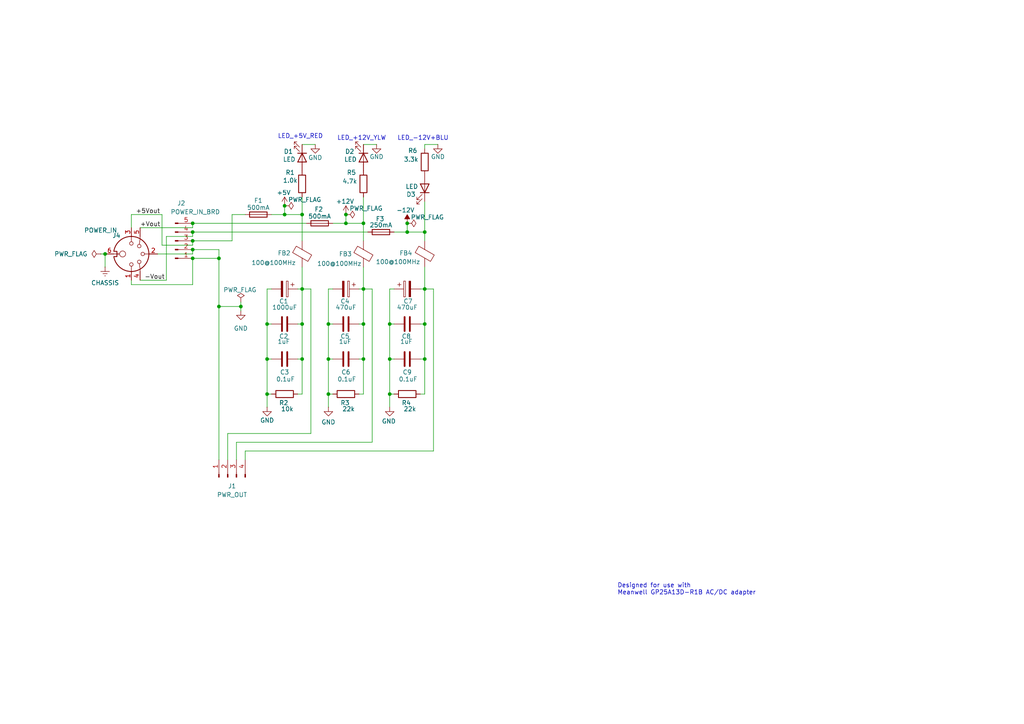
<source format=kicad_sch>
(kicad_sch (version 20250114) (generator "eeschema") (generator_version "9.0")
  (paper "A4")
  (lib_symbols
    (symbol "Connector:Conn_01x04_Pin" (pin_names (offset 1.016) (hide yes))
      (property "Reference" "J" (at 0 5.08 0))
      (property "Value" "Conn_01x04_Pin" (at 0 -7.62 0))
      (symbol "Conn_01x04_Pin_1_1"
        (rectangle (start 0.8636 2.667) (end 0 2.413) (stroke (width 0.1524)) (fill (type outline)))
        (rectangle (start 0.8636 0.127) (end 0 -0.127) (stroke (width 0.1524)) (fill (type outline)))
        (rectangle (start 0.8636 -2.413) (end 0 -2.667) (stroke (width 0.1524)) (fill (type outline)))
        (rectangle (start 0.8636 -4.953) (end 0 -5.207) (stroke (width 0.1524)) (fill (type outline)))
        (polyline (pts (xy 1.27 2.54) (xy 0.8636 2.54)) (stroke (width 0.1524)))
        (polyline (pts (xy 1.27 0) (xy 0.8636 0)) (stroke (width 0.1524)))
        (polyline (pts (xy 1.27 -2.54) (xy 0.8636 -2.54)) (stroke (width 0.1524)))
        (polyline (pts (xy 1.27 -5.08) (xy 0.8636 -5.08)) (stroke (width 0.1524)))
        (pin passive line (at 5.08 2.54 180) (length 3.81) (name "Pin_1") (number "1"))
        (pin passive line (at 5.08 0 180) (length 3.81) (name "Pin_2") (number "2"))
        (pin passive line (at 5.08 -2.54 180) (length 3.81) (name "Pin_3") (number "3"))
        (pin passive line (at 5.08 -5.08 180) (length 3.81) (name "Pin_4") (number "4"))
      )
    )
    (symbol "Connector:Conn_01x05_Pin" (pin_names (offset 1.016) (hide yes))
      (property "Reference" "J" (at 0 7.62 0))
      (property "Value" "Conn_01x05_Pin" (at 0 -7.62 0))
      (symbol "Conn_01x05_Pin_1_1"
        (rectangle (start 0.8636 5.207) (end 0 4.953) (stroke (width 0.1524)) (fill (type outline)))
        (rectangle (start 0.8636 2.667) (end 0 2.413) (stroke (width 0.1524)) (fill (type outline)))
        (rectangle (start 0.8636 0.127) (end 0 -0.127) (stroke (width 0.1524)) (fill (type outline)))
        (rectangle (start 0.8636 -2.413) (end 0 -2.667) (stroke (width 0.1524)) (fill (type outline)))
        (rectangle (start 0.8636 -4.953) (end 0 -5.207) (stroke (width 0.1524)) (fill (type outline)))
        (polyline (pts (xy 1.27 5.08) (xy 0.8636 5.08)) (stroke (width 0.1524)))
        (polyline (pts (xy 1.27 2.54) (xy 0.8636 2.54)) (stroke (width 0.1524)))
        (polyline (pts (xy 1.27 0) (xy 0.8636 0)) (stroke (width 0.1524)))
        (polyline (pts (xy 1.27 -2.54) (xy 0.8636 -2.54)) (stroke (width 0.1524)))
        (polyline (pts (xy 1.27 -5.08) (xy 0.8636 -5.08)) (stroke (width 0.1524)))
        (pin passive line (at 5.08 5.08 180) (length 3.81) (name "Pin_1") (number "1"))
        (pin passive line (at 5.08 2.54 180) (length 3.81) (name "Pin_2") (number "2"))
        (pin passive line (at 5.08 0 180) (length 3.81) (name "Pin_3") (number "3"))
        (pin passive line (at 5.08 -2.54 180) (length 3.81) (name "Pin_4") (number "4"))
        (pin passive line (at 5.08 -5.08 180) (length 3.81) (name "Pin_5") (number "5"))
      )
    )
    (symbol "Device:C" (pin_numbers (hide yes)) (pin_names (offset 0.254))
      (property "Reference" "C" (at 0.635 2.54 0))
      (property "Value" "C" (at 0.635 -2.54 0))
      (symbol "C_0_1"
        (polyline (pts (xy -2.032 0.762) (xy 2.032 0.762)) (stroke (width 0.508)))
        (polyline (pts (xy -2.032 -0.762) (xy 2.032 -0.762)) (stroke (width 0.508)))
      )
      (symbol "C_1_1"
        (pin passive line (at 0 3.81 270) (length 2.794) (name "~") (number "1"))
        (pin passive line (at 0 -3.81 90) (length 2.794) (name "~") (number "2"))
      )
    )
    (symbol "Device:C_Polarized" (pin_numbers (hide yes)) (pin_names (offset 0.254))
      (property "Reference" "C" (at 0.635 2.54 0))
      (property "Value" "C_Polarized" (at 0.635 -2.54 0))
      (symbol "C_Polarized_0_1"
        (rectangle (start -2.286 0.508) (end 2.286 1.016))
        (polyline (pts (xy -1.778 2.286) (xy -0.762 2.286)))
        (polyline (pts (xy -1.27 2.794) (xy -1.27 1.778)))
        (rectangle (start 2.286 -0.508) (end -2.286 -1.016) (fill (type outline)))
      )
      (symbol "C_Polarized_1_1"
        (pin passive line (at 0 3.81 270) (length 2.794) (name "~") (number "1"))
        (pin passive line (at 0 -3.81 90) (length 2.794) (name "~") (number "2"))
      )
    )
    (symbol "Device:FerriteBead" (pin_numbers (hide yes)) (pin_names (offset 0))
      (property "Reference" "FB" (at -3.81 0.635 90))
      (property "Value" "FerriteBead" (at 3.81 0 90))
      (symbol "FerriteBead_0_1"
        (polyline (pts (xy -2.7686 0.4064) (xy -1.7018 2.2606) (xy 2.7686 -0.3048) (xy 1.6764 -2.159) (xy -2.7686 0.4064)))
        (polyline (pts (xy 0 1.27) (xy 0 1.2954)))
        (polyline (pts (xy 0 -1.27) (xy 0 -1.2192)))
      )
      (symbol "FerriteBead_1_1"
        (pin passive line (at 0 3.81 270) (length 2.54) (name "~") (number "1"))
        (pin passive line (at 0 -3.81 90) (length 2.54) (name "~") (number "2"))
      )
    )
    (symbol "Device:Fuse" (pin_numbers (hide yes)) (pin_names (offset 0))
      (property "Reference" "F" (at 2.032 0 90))
      (property "Value" "Fuse" (at -1.905 0 90))
      (symbol "Fuse_0_1"
        (rectangle (start -0.762 -2.54) (end 0.762 2.54) (stroke (width 0.254)))
        (polyline (pts (xy 0 2.54) (xy 0 -2.54)))
      )
      (symbol "Fuse_1_1"
        (pin passive line (at 0 3.81 270) (length 1.27) (name "~") (number "1"))
        (pin passive line (at 0 -3.81 90) (length 1.27) (name "~") (number "2"))
      )
    )
    (symbol "Device:LED" (pin_numbers (hide yes)) (pin_names (offset 1.016) (hide yes))
      (property "Reference" "D" (at 0 2.54 0))
      (property "Value" "LED" (at 0 -2.54 0))
      (symbol "LED_0_1"
        (polyline (pts (xy -3.048 -0.762) (xy -4.572 -2.286) (xy -3.81 -2.286) (xy -4.572 -2.286) (xy -4.572 -1.524)))
        (polyline (pts (xy -1.778 -0.762) (xy -3.302 -2.286) (xy -2.54 -2.286) (xy -3.302 -2.286) (xy -3.302 -1.524)))
        (polyline (pts (xy -1.27 0) (xy 1.27 0)))
        (polyline (pts (xy -1.27 -1.27) (xy -1.27 1.27)) (stroke (width 0.254)))
        (polyline (pts (xy 1.27 -1.27) (xy 1.27 1.27) (xy -1.27 0) (xy 1.27 -1.27)) (stroke (width 0.254)))
      )
      (symbol "LED_1_1"
        (pin passive line (at -3.81 0 0) (length 2.54) (name "K") (number "1"))
        (pin passive line (at 3.81 0 180) (length 2.54) (name "A") (number "2"))
      )
    )
    (symbol "Device:R" (pin_numbers (hide yes)) (pin_names (offset 0))
      (property "Reference" "R" (at 2.032 0 90))
      (property "Value" "R" (at 0 0 90))
      (symbol "R_0_1"
        (rectangle (start -1.016 -2.54) (end 1.016 2.54) (stroke (width 0.254)))
      )
      (symbol "R_1_1"
        (pin passive line (at 0 3.81 270) (length 1.27) (name "~") (number "1"))
        (pin passive line (at 0 -3.81 90) (length 1.27) (name "~") (number "2"))
      )
    )
    (symbol "drichert:MeanWell-GP25A-DIN-5_180degree" (pin_names (offset 1.016) (hide yes))
      (property "Reference" "J" (at 3.175 5.715 0))
      (property "Value" "MeanWell-GP25A-DIN-5_180degree" (at 19.812 9.144 0))
      (symbol "MeanWell-GP25A-DIN-5_180degree_0_1"
        (polyline (pts (xy -5.08 2.54) (xy -4.318 2.54) (xy -2.794 2.286)))
        (polyline (pts (xy -5.08 0) (xy -3.556 0)))
        (circle (center -3.048 0) (radius 0.508))
        (circle (center -2.286 2.286) (radius 0.508))
        (polyline (pts (xy -0.762 -4.953) (xy -0.762 -4.191) (xy 0.762 -4.191) (xy 0.762 -4.953)) (stroke (width 0.254)))
        (arc (start 5.08 0) (mid 3.8673 -3.3444) (end 0.762 -5.08) (stroke (width 0.254)))
        (polyline (pts (xy 0 5.08) (xy 0 3.81)))
        (circle (center 0 3.302) (radius 0.508))
        (arc (start -5.08 0) (mid 0 5.0579) (end 5.08 0) (stroke (width 0.254)))
        (circle (center 0 -2.54) (radius 0.8746))
        (polyline (pts (xy 0 -3.81) (xy -0.0011 -3.5029)))
        (circle (center 0 -3.81) (radius 0.0001))
        (polyline (pts (xy 0 -5.08) (xy 0 -3.81)))
        (polyline (pts (xy 0 -5.08) (xy 0 -5.08)))
        (arc (start -0.762 -5.08) (mid -3.8597 -3.3379) (end -5.08 0) (stroke (width 0.254)))
        (circle (center 2.286 2.286) (radius 0.508))
        (circle (center 3.048 0) (radius 0.508))
        (polyline (pts (xy 5.08 2.54) (xy 4.318 2.54) (xy 2.794 2.286)))
        (polyline (pts (xy 5.08 0) (xy 3.556 0)))
      )
      (symbol "MeanWell-GP25A-DIN-5_180degree_1_1"
        (pin passive line (at -7.62 2.54 0) (length 2.54) (name "-12V") (number "4"))
        (pin passive line (at -7.62 0 0) (length 2.54) (name "COM") (number "1"))
        (pin passive line (at 0 7.62 270) (length 2.54) (name "COM") (number "2"))
        (pin passive line (at 0 -7.62 90) (length 2.54) (name "FG") (number "6"))
        (pin passive line (at 7.62 2.54 180) (length 2.54) (name "+12V") (number "5"))
        (pin passive line (at 7.62 0 180) (length 2.54) (name "+5V") (number "3"))
      )
    )
    (symbol "power:+12V" (power) (pin_numbers (hide yes)) (pin_names (offset 0) (hide yes))
      (property "Value" "+12V" (at 0 3.556 0))
      (symbol "+12V_0_1"
        (polyline (pts (xy -0.762 1.27) (xy 0 2.54)))
        (polyline (pts (xy 0 2.54) (xy 0.762 1.27)))
        (polyline (pts (xy 0 0) (xy 0 2.54)))
      )
      (symbol "+12V_1_1"
        (pin power_in line (at 0 0 90) (length 0) (name "~") (number "1"))
      )
    )
    (symbol "power:+5V" (power) (pin_numbers (hide yes)) (pin_names (offset 0) (hide yes))
      (property "Value" "+5V" (at 0 3.556 0))
      (symbol "+5V_0_1"
        (polyline (pts (xy -0.762 1.27) (xy 0 2.54)))
        (polyline (pts (xy 0 2.54) (xy 0.762 1.27)))
        (polyline (pts (xy 0 0) (xy 0 2.54)))
      )
      (symbol "+5V_1_1"
        (pin power_in line (at 0 0 90) (length 0) (name "~") (number "1"))
      )
    )
    (symbol "power:-12V" (power) (pin_numbers (hide yes)) (pin_names (offset 0) (hide yes))
      (property "Value" "-12V" (at 0 3.556 0))
      (symbol "-12V_0_0"
        (pin power_in line (at 0 0 90) (length 0) (name "~") (number "1"))
      )
      (symbol "-12V_0_1"
        (polyline (pts (xy 0 0) (xy 0 1.27) (xy 0.762 1.27) (xy 0 2.54) (xy -0.762 1.27) (xy 0 1.27)) (fill (type outline)))
      )
    )
    (symbol "power:Earth" (power) (pin_numbers (hide yes)) (pin_names (offset 0) (hide yes))
      (property "Value" "Earth" (at 0 -3.81 0))
      (symbol "Earth_0_1"
        (polyline (pts (xy -0.635 -1.905) (xy 0.635 -1.905)))
        (polyline (pts (xy -0.127 -2.54) (xy 0.127 -2.54)))
        (polyline (pts (xy 0 -1.27) (xy 0 0)))
        (polyline (pts (xy 1.27 -1.27) (xy -1.27 -1.27)))
      )
      (symbol "Earth_1_1"
        (pin power_in line (at 0 0 270) (length 0) (name "~") (number "1"))
      )
    )
    (symbol "power:GND" (power) (pin_numbers (hide yes)) (pin_names (offset 0) (hide yes))
      (property "Value" "GND" (at 0 -3.81 0))
      (symbol "GND_0_1"
        (polyline (pts (xy 0 0) (xy 0 -1.27) (xy 1.27 -1.27) (xy 0 -2.54) (xy -1.27 -1.27) (xy 0 -1.27)))
      )
      (symbol "GND_1_1"
        (pin power_in line (at 0 0 270) (length 0) (name "~") (number "1"))
      )
    )
    (symbol "power:PWR_FLAG" (power) (pin_numbers (hide yes)) (pin_names (offset 0) (hide yes))
      (property "Value" "PWR_FLAG" (at 0 3.81 0))
      (symbol "PWR_FLAG_0_0"
        (pin power_out line (at 0 0 90) (length 0) (name "~") (number "1"))
      )
      (symbol "PWR_FLAG_0_1"
        (polyline (pts (xy 0 0) (xy 0 1.27) (xy -1.016 1.905) (xy 0 2.54) (xy 1.016 1.905) (xy 0 1.27)))
      )
    )
  )
  (text "LED_-12V+BLU" (at 122.682 40.132 0) (effects (font (size 1.27 1.27))))
  (text "LED_+12V_YLW" (at 104.902 40.132 0) (effects (font (size 1.27 1.27))))
  (text "Designed for use with \nMeanwell GP25A13D-R1B AC/DC adapter" (at 179.07 170.942 0) (effects (font (size 1.27 1.27)) (justify left)))
  (text "LED_+5V_RED" (at 87.122 39.624 0) (effects (font (size 1.27 1.27))))
  (junction (at 87.63 104.14))
  (junction (at 95.25 93.98))
  (junction (at 123.19 93.98))
  (junction (at 55.88 64.77))
  (junction (at 87.63 62.23))
  (junction (at 63.5 88.9))
  (junction (at 69.85 88.9))
  (junction (at 82.55 62.23))
  (junction (at 55.88 74.93))
  (junction (at 105.41 104.14))
  (junction (at 113.03 93.98))
  (junction (at 87.63 83.82))
  (junction (at 30.48 73.66))
  (junction (at 82.55 59.69))
  (junction (at 123.19 104.14))
  (junction (at 118.11 64.77))
  (junction (at 105.41 93.98))
  (junction (at 77.47 93.98))
  (junction (at 105.41 83.82))
  (junction (at 100.33 64.77))
  (junction (at 113.03 104.14))
  (junction (at 77.47 114.3))
  (junction (at 123.19 83.82))
  (junction (at 123.19 67.31))
  (junction (at 105.41 64.77))
  (junction (at 55.88 69.85))
  (junction (at 118.11 67.31))
  (junction (at 55.88 72.39))
  (junction (at 77.47 104.14))
  (junction (at 63.5 74.93))
  (junction (at 113.03 114.3))
  (junction (at 87.63 93.98))
  (junction (at 55.88 67.31))
  (junction (at 95.25 104.14))
  (junction (at 100.33 62.23))
  (junction (at 95.25 114.3))
  (wire (pts (xy 67.31 69.85) (xy 67.31 62.23)))
  (wire (pts (xy 77.47 93.98) (xy 77.47 104.14)))
  (wire (pts (xy 55.88 67.31) (xy 106.68 67.31)))
  (wire (pts (xy 55.88 64.77) (xy 88.9 64.77)))
  (wire (pts (xy 121.92 114.3) (xy 123.19 114.3)))
  (wire (pts (xy 123.19 58.42) (xy 123.19 67.31)))
  (wire (pts (xy 45.72 73.66) (xy 55.88 73.66)))
  (wire (pts (xy 55.88 82.55) (xy 55.88 74.93)))
  (wire (pts (xy 87.63 83.82) (xy 87.63 93.98)))
  (wire (pts (xy 55.88 69.85) (xy 67.31 69.85)))
  (wire (pts (xy 100.33 62.23) (xy 100.33 64.77)))
  (wire (pts (xy 87.63 77.47) (xy 87.63 83.82)))
  (wire (pts (xy 38.1 66.04) (xy 38.1 62.23)))
  (wire (pts (xy 87.63 83.82) (xy 90.17 83.82)))
  (wire (pts (xy 55.88 68.58) (xy 55.88 67.31)))
  (wire (pts (xy 104.14 104.14) (xy 105.41 104.14)))
  (wire (pts (xy 95.25 104.14) (xy 95.25 114.3)))
  (wire (pts (xy 95.25 93.98) (xy 95.25 104.14)))
  (wire (pts (xy 55.88 71.12) (xy 55.88 69.85)))
  (wire (pts (xy 113.03 104.14) (xy 114.3 104.14)))
  (wire (pts (xy 100.33 64.77) (xy 105.41 64.77)))
  (wire (pts (xy 67.31 62.23) (xy 71.12 62.23)))
  (wire (pts (xy 87.63 93.98) (xy 87.63 104.14)))
  (wire (pts (xy 48.26 68.58) (xy 55.88 68.58)))
  (wire (pts (xy 66.04 125.73) (xy 66.04 133.35)))
  (wire (pts (xy 87.63 104.14) (xy 87.63 114.3)))
  (wire (pts (xy 86.36 104.14) (xy 87.63 104.14)))
  (wire (pts (xy 68.58 128.27) (xy 68.58 133.35)))
  (wire (pts (xy 105.41 57.15) (xy 105.41 64.77)))
  (wire (pts (xy 55.88 74.93) (xy 63.5 74.93)))
  (wire (pts (xy 107.95 83.82) (xy 107.95 128.27)))
  (wire (pts (xy 63.5 88.9) (xy 63.5 133.35)))
  (wire (pts (xy 105.41 41.91) (xy 109.22 41.91)))
  (wire (pts (xy 30.48 73.66) (xy 30.48 77.47)))
  (wire (pts (xy 105.41 77.47) (xy 105.41 83.82)))
  (wire (pts (xy 95.25 104.14) (xy 96.52 104.14)))
  (wire (pts (xy 121.92 104.14) (xy 123.19 104.14)))
  (wire (pts (xy 105.41 83.82) (xy 105.41 93.98)))
  (wire (pts (xy 63.5 88.9) (xy 69.85 88.9)))
  (wire (pts (xy 77.47 114.3) (xy 77.47 118.11)))
  (wire (pts (xy 48.26 81.28) (xy 48.26 68.58)))
  (wire (pts (xy 118.11 67.31) (xy 123.19 67.31)))
  (wire (pts (xy 121.92 83.82) (xy 123.19 83.82)))
  (wire (pts (xy 114.3 67.31) (xy 118.11 67.31)))
  (wire (pts (xy 87.63 62.23) (xy 87.63 69.85)))
  (wire (pts (xy 95.25 83.82) (xy 95.25 93.98)))
  (wire (pts (xy 90.17 83.82) (xy 90.17 125.73)))
  (wire (pts (xy 69.85 88.9) (xy 69.85 90.17)))
  (wire (pts (xy 90.17 125.73) (xy 66.04 125.73)))
  (wire (pts (xy 40.64 81.28) (xy 48.26 81.28)))
  (wire (pts (xy 123.19 67.31) (xy 123.19 69.85)))
  (wire (pts (xy 118.11 64.77) (xy 118.11 67.31)))
  (wire (pts (xy 38.1 81.28) (xy 38.1 82.55)))
  (wire (pts (xy 123.19 41.91) (xy 127 41.91)))
  (wire (pts (xy 113.03 93.98) (xy 113.03 104.14)))
  (wire (pts (xy 123.19 77.47) (xy 123.19 83.82)))
  (wire (pts (xy 107.95 128.27) (xy 68.58 128.27)))
  (wire (pts (xy 104.14 83.82) (xy 105.41 83.82)))
  (wire (pts (xy 95.25 93.98) (xy 96.52 93.98)))
  (wire (pts (xy 38.1 62.23) (xy 46.99 62.23)))
  (wire (pts (xy 86.36 83.82) (xy 87.63 83.82)))
  (wire (pts (xy 95.25 83.82) (xy 96.52 83.82)))
  (wire (pts (xy 105.41 104.14) (xy 105.41 114.3)))
  (wire (pts (xy 46.99 62.23) (xy 46.99 71.12)))
  (wire (pts (xy 55.88 72.39) (xy 63.5 72.39)))
  (wire (pts (xy 77.47 104.14) (xy 77.47 114.3)))
  (wire (pts (xy 113.03 83.82) (xy 114.3 83.82)))
  (wire (pts (xy 125.73 83.82) (xy 125.73 130.81)))
  (wire (pts (xy 69.85 87.63) (xy 69.85 88.9)))
  (wire (pts (xy 105.41 93.98) (xy 105.41 104.14)))
  (wire (pts (xy 71.12 130.81) (xy 71.12 133.35)))
  (wire (pts (xy 113.03 114.3) (xy 113.03 118.11)))
  (wire (pts (xy 95.25 114.3) (xy 95.25 118.11)))
  (wire (pts (xy 46.99 71.12) (xy 55.88 71.12)))
  (wire (pts (xy 87.63 41.91) (xy 91.44 41.91)))
  (wire (pts (xy 123.19 83.82) (xy 125.73 83.82)))
  (wire (pts (xy 104.14 93.98) (xy 105.41 93.98)))
  (wire (pts (xy 123.19 43.18) (xy 123.19 41.91)))
  (wire (pts (xy 96.52 64.77) (xy 100.33 64.77)))
  (wire (pts (xy 87.63 57.15) (xy 87.63 62.23)))
  (wire (pts (xy 77.47 104.14) (xy 78.74 104.14)))
  (wire (pts (xy 30.48 73.66) (xy 29.21 73.66)))
  (wire (pts (xy 113.03 93.98) (xy 114.3 93.98)))
  (wire (pts (xy 77.47 83.82) (xy 78.74 83.82)))
  (wire (pts (xy 55.88 66.04) (xy 55.88 64.77)))
  (wire (pts (xy 77.47 83.82) (xy 77.47 93.98)))
  (wire (pts (xy 113.03 104.14) (xy 113.03 114.3)))
  (wire (pts (xy 55.88 73.66) (xy 55.88 72.39)))
  (wire (pts (xy 78.74 62.23) (xy 82.55 62.23)))
  (wire (pts (xy 105.41 64.77) (xy 105.41 69.85)))
  (wire (pts (xy 104.14 114.3) (xy 105.41 114.3)))
  (wire (pts (xy 123.19 104.14) (xy 123.19 114.3)))
  (wire (pts (xy 86.36 93.98) (xy 87.63 93.98)))
  (wire (pts (xy 113.03 114.3) (xy 114.3 114.3)))
  (wire (pts (xy 77.47 114.3) (xy 78.74 114.3)))
  (wire (pts (xy 121.92 93.98) (xy 123.19 93.98)))
  (wire (pts (xy 77.47 93.98) (xy 78.74 93.98)))
  (wire (pts (xy 82.55 62.23) (xy 87.63 62.23)))
  (wire (pts (xy 95.25 114.3) (xy 96.52 114.3)))
  (wire (pts (xy 38.1 82.55) (xy 55.88 82.55)))
  (wire (pts (xy 82.55 59.69) (xy 82.55 62.23)))
  (wire (pts (xy 63.5 72.39) (xy 63.5 74.93)))
  (wire (pts (xy 105.41 83.82) (xy 107.95 83.82)))
  (wire (pts (xy 113.03 83.82) (xy 113.03 93.98)))
  (wire (pts (xy 125.73 130.81) (xy 71.12 130.81)))
  (wire (pts (xy 40.64 66.04) (xy 55.88 66.04)))
  (wire (pts (xy 123.19 93.98) (xy 123.19 104.14)))
  (wire (pts (xy 123.19 83.82) (xy 123.19 93.98)))
  (wire (pts (xy 86.36 114.3) (xy 87.63 114.3)))
  (wire (pts (xy 63.5 74.93) (xy 63.5 88.9)))
  (label "+5Vout" (at 39.37 62.23 0))
  (label "+Vout" (at 40.64 66.04 0))
  (label "-Vout" (at 41.91 81.28 0))
  (symbol (lib_id "power:GND") (at 113.03 118.11 0) (unit 1)
    (property "Reference" "#PWR09" (effects (hide yes)))
    (property "Value" "GND" (at 112.776 122.174 0))
    (property "Description" "Power symbol creates a global label with name \"GND\" , ground" (effects (hide yes)))
  )
  (symbol (lib_id "Device:C_Polarized") (at 82.55 83.82 270) (unit 1)
    (property "Reference" "C1" (at 82.296 87.376 90))
    (property "Value" "1000uF" (at 82.55 89.154 90))
    (property "Footprint" "Capacitor_THT:CP_Radial_D10.0mm_P5.00mm" (effects (hide yes)))
    (property "Description" "Polarized capacitor" (effects (hide yes)))
  )
  (symbol (lib_id "power:Earth") (at 30.48 77.47 0) (mirror y) (unit 1)
    (property "Reference" "#PWR05" (effects (hide yes)))
    (property "Value" "CHASSIS" (at 30.48 82.042 0))
    (property "Description" "Power symbol creates a global label with name \"Earth\"" (effects (hide yes)))
  )
  (symbol (lib_id "power:GND") (at 127 41.91 0) (unit 1)
    (property "Reference" "#PWR013" (effects (hide yes)))
    (property "Value" "GND" (at 127 45.466 0))
    (property "Description" "Power symbol creates a global label with name \"GND\" , ground" (effects (hide yes)))
  )
  (symbol (lib_id "Device:C") (at 118.11 93.98 90) (unit 1)
    (property "Reference" "C8" (at 117.856 97.536 90))
    (property "Value" "1uF" (at 117.856 99.06 90))
    (property "Footprint" "Capacitor_THT:C_Rect_L7.2mm_W4.5mm_P5.00mm_FKS2_FKP2_MKS2_MKP2" (effects (hide yes)))
    (property "Description" "Unpolarized capacitor" (effects (hide yes)))
  )
  (symbol (lib_id "Device:FerriteBead") (at 87.63 73.66 0) (unit 1)
    (property "Reference" "FB2" (at 80.518 73.406 0) (effects (justify left)))
    (property "Value" "100@100MHz" (at 72.898 76.2 0) (effects (justify left)))
    (property "Footprint" "Inductor_THT:L_Axial_L5.3mm_D2.2mm_P7.62mm_Horizontal_Vishay_IM-1" (effects (hide yes)))
    (property "Description" "Ferrite bead" (effects (hide yes)))
  )
  (symbol (lib_id "power:GND") (at 95.25 118.11 0) (unit 1)
    (property "Reference" "#PWR08" (effects (hide yes)))
    (property "Value" "GND" (at 95.25 122.428 0))
    (property "Description" "Power symbol creates a global label with name \"GND\" , ground" (effects (hide yes)))
  )
  (symbol (lib_id "power:+5V") (at 82.55 59.69 0) (unit 1)
    (property "Reference" "#PWR04" (effects (hide yes)))
    (property "Value" "+5V" (at 82.296 55.88 0))
    (property "Description" "Power symbol creates a global label with name \"+5V\"" (effects (hide yes)))
  )
  (symbol (lib_id "power:+12V") (at 100.33 62.23 0) (unit 1)
    (property "Reference" "#PWR01" (effects (hide yes)))
    (property "Value" "+12V" (at 100.076 58.42 0))
    (property "Description" "Power symbol creates a global label with name \"+12V\"" (effects (hide yes)))
  )
  (symbol (lib_id "power:GND") (at 91.44 41.91 0) (unit 1)
    (property "Reference" "#PWR06" (effects (hide yes)))
    (property "Value" "GND" (at 91.44 45.72 0))
    (property "Description" "Power symbol creates a global label with name \"GND\" , ground" (effects (hide yes)))
  )
  (symbol (lib_id "Device:C") (at 82.55 93.98 90) (unit 1)
    (property "Reference" "C2" (at 82.296 97.536 90))
    (property "Value" "1uF" (at 82.296 99.06 90))
    (property "Footprint" "Capacitor_THT:C_Rect_L7.2mm_W4.5mm_P5.00mm_FKS2_FKP2_MKS2_MKP2" (effects (hide yes)))
    (property "Description" "Unpolarized capacitor" (effects (hide yes)))
  )
  (symbol (lib_id "Device:LED") (at 105.41 45.72 270) (unit 1)
    (property "Reference" "D2" (at 100.076 43.942 90) (effects (justify left)))
    (property "Value" "LED" (at 99.822 46.228 90) (effects (justify left)))
    (property "Footprint" "LED_THT:LED_D5.0mm" (effects (hide yes)))
    (property "Description" "Light emitting diode" (effects (hide yes)))
    (property "Sim.Pins" "1=K 2=A" (effects (hide yes)))
  )
  (symbol (lib_id "Device:LED") (at 123.19 54.61 270) (mirror x) (unit 1)
    (property "Reference" "D3" (at 117.856 56.388 90) (effects (justify left)))
    (property "Value" "LED" (at 117.602 54.102 90) (effects (justify left)))
    (property "Footprint" "LED_THT:LED_D5.0mm" (effects (hide yes)))
    (property "Description" "Light emitting diode" (effects (hide yes)))
    (property "Sim.Pins" "1=K 2=A" (effects (hide yes)))
  )
  (symbol (lib_id "power:PWR_FLAG") (at 100.33 62.23 270) (unit 1)
    (property "Reference" "#FLG02" (effects (hide yes)))
    (property "Value" "PWR_FLAG" (at 101.346 60.452 90) (effects (justify left)))
    (property "Description" "Special symbol for telling ERC where power comes from" (effects (hide yes)))
  )
  (symbol (lib_id "Device:C_Polarized") (at 118.11 83.82 90) (mirror x) (unit 1)
    (property "Reference" "C7" (at 118.364 87.376 90))
    (property "Value" "470uF" (at 118.11 89.154 90))
    (property "Footprint" "Capacitor_THT:CP_Radial_D10.0mm_P5.00mm" (effects (hide yes)))
    (property "Description" "Polarized capacitor" (effects (hide yes)))
  )
  (symbol (lib_id "power:GND") (at 69.85 90.17 0) (unit 1)
    (property "Reference" "#PWR011" (effects (hide yes)))
    (property "Value" "GND" (at 69.85 95.25 0))
    (property "Description" "Power symbol creates a global label with name \"GND\" , ground" (effects (hide yes)))
  )
  (symbol (lib_id "Device:FerriteBead") (at 105.41 73.66 0) (unit 1)
    (property "Reference" "FB3" (at 98.298 73.66 0) (effects (justify left)))
    (property "Value" "100@100MHz" (at 91.948 76.454 0) (effects (justify left)))
    (property "Footprint" "Inductor_THT:L_Axial_L5.3mm_D2.2mm_P7.62mm_Horizontal_Vishay_IM-1" (effects (hide yes)))
    (property "Description" "Ferrite bead" (effects (hide yes)))
  )
  (symbol (lib_id "Device:C") (at 118.11 104.14 90) (unit 1)
    (property "Reference" "C9" (at 118.11 107.95 90))
    (property "Value" "0.1uF" (at 118.364 109.982 90))
    (property "Footprint" "Capacitor_THT:C_Rect_L4.0mm_W2.5mm_P2.50mm" (effects (hide yes)))
    (property "Description" "Unpolarized capacitor" (effects (hide yes)))
  )
  (symbol (lib_id "power:PWR_FLAG") (at 69.85 87.63 0) (unit 1)
    (property "Reference" "#FLG04" (effects (hide yes)))
    (property "Value" "PWR_FLAG" (at 64.77 84.074 0) (effects (justify left)))
    (property "Description" "Special symbol for telling ERC where power comes from" (effects (hide yes)))
  )
  (symbol (lib_id "power:-12V") (at 118.11 64.77 0) (unit 1)
    (property "Reference" "#PWR02" (effects (hide yes)))
    (property "Value" "-12V" (at 117.602 60.96 0))
    (property "Description" "Power symbol creates a global label with name \"-12V\"" (effects (hide yes)))
  )
  (symbol (lib_id "Connector:Conn_01x05_Pin") (at 50.8 69.85 0) (mirror x) (unit 1)
    (property "Reference" "J2" (at 52.578 58.928 0))
    (property "Value" "POWER_IN_BRD" (at 56.642 61.468 0))
    (property "Footprint" "Connector_JST:JST_XH_B5B-XH-A_1x05_P2.50mm_Vertical" (effects (hide yes)))
    (property "Description" "Generic connector, single row, 01x05, script generated" (effects (hide yes)))
  )
  (symbol (lib_id "power:PWR_FLAG") (at 82.55 59.69 270) (unit 1)
    (property "Reference" "#FLG01" (effects (hide yes)))
    (property "Value" "PWR_FLAG" (at 83.566 57.912 90) (effects (justify left)))
    (property "Description" "Special symbol for telling ERC where power comes from" (effects (hide yes)))
  )
  (symbol (lib_id "power:GND") (at 77.47 118.11 0) (unit 1)
    (property "Reference" "#PWR07" (effects (hide yes)))
    (property "Value" "GND" (at 77.47 121.92 0))
    (property "Description" "Power symbol creates a global label with name \"GND\" , ground" (effects (hide yes)))
  )
  (symbol (lib_id "Device:FerriteBead") (at 123.19 73.66 0) (unit 1)
    (property "Reference" "FB4" (at 115.824 73.406 0) (effects (justify left)))
    (property "Value" "100@100MHz" (at 108.966 75.946 0) (effects (justify left)))
    (property "Footprint" "Inductor_THT:L_Axial_L5.3mm_D2.2mm_P7.62mm_Horizontal_Vishay_IM-1" (effects (hide yes)))
    (property "Description" "Ferrite bead" (effects (hide yes)))
  )
  (symbol (lib_id "Device:R") (at 87.63 53.34 180) (unit 1)
    (property "Reference" "R1" (at 82.804 50.038 0) (effects (justify right)))
    (property "Value" "1.0k" (at 82.042 52.324 0) (effects (justify right)))
    (property "Footprint" "Resistor_THT:R_Axial_DIN0204_L3.6mm_D1.6mm_P5.08mm_Horizontal" (effects (hide yes)))
    (property "Description" "Resistor" (effects (hide yes)))
  )
  (symbol (lib_id "Device:R") (at 118.11 114.3 90) (unit 1)
    (property "Reference" "R4" (at 117.856 116.84 90))
    (property "Value" "22k" (at 118.872 118.618 90))
    (property "Footprint" "Resistor_THT:R_Axial_DIN0204_L3.6mm_D1.6mm_P5.08mm_Horizontal" (effects (hide yes)))
    (property "Description" "Resistor" (effects (hide yes)))
  )
  (symbol (lib_id "Device:Fuse") (at 110.49 67.31 90) (unit 1)
    (property "Reference" "F3" (at 110.236 63.5 90))
    (property "Value" "250mA" (at 110.49 65.278 90))
    (property "Footprint" "WurthElektronik_696101000002:696101000002" (effects (hide yes)))
    (property "Description" "Fuse" (effects (hide yes)))
  )
  (symbol (lib_id "Device:Fuse") (at 74.93 62.23 90) (unit 1)
    (property "Reference" "F1" (at 74.93 58.166 90))
    (property "Value" "500mA" (at 74.93 60.198 90))
    (property "Footprint" "WurthElektronik_696101000002:696101000002" (effects (hide yes)))
    (property "Description" "Fuse" (effects (hide yes)))
  )
  (symbol (lib_id "power:GND") (at 109.22 41.91 0) (unit 1)
    (property "Reference" "#PWR012" (effects (hide yes)))
    (property "Value" "GND" (at 109.22 45.466 0))
    (property "Description" "Power symbol creates a global label with name \"GND\" , ground" (effects (hide yes)))
  )
  (symbol (lib_id "Device:R") (at 100.33 114.3 90) (unit 1)
    (property "Reference" "R3" (at 100.076 116.84 90))
    (property "Value" "22k" (at 101.092 118.618 90))
    (property "Footprint" "Resistor_THT:R_Axial_DIN0204_L3.6mm_D1.6mm_P5.08mm_Horizontal" (effects (hide yes)))
    (property "Description" "Resistor" (effects (hide yes)))
  )
  (symbol (lib_id "Connector:Conn_01x04_Pin") (at 66.04 138.43 90) (unit 1)
    (property "Reference" "J1" (at 67.31 140.97 90))
    (property "Value" "PWR_OUT" (at 67.31 143.51 90))
    (property "Footprint" "Connector_JST:JST_XH_B4B-XH-A_1x04_P2.50mm_Vertical" (effects (hide yes)))
    (property "Description" "Generic connector, single row, 01x04, script generated" (effects (hide yes)))
  )
  (symbol (lib_id "power:PWR_FLAG") (at 29.21 73.66 90) (unit 1)
    (property "Reference" "#FLG05" (effects (hide yes)))
    (property "Value" "PWR_FLAG" (at 25.4 73.6599 90) (effects (justify left)))
    (property "Description" "Special symbol for telling ERC where power comes from" (effects (hide yes)))
  )
  (symbol (lib_id "Device:C_Polarized") (at 100.33 83.82 270) (unit 1)
    (property "Reference" "C4" (at 100.076 87.376 90))
    (property "Value" "470uF" (at 100.33 89.154 90))
    (property "Footprint" "Capacitor_THT:CP_Radial_D10.0mm_P5.00mm" (effects (hide yes)))
    (property "Description" "Polarized capacitor" (effects (hide yes)))
  )
  (symbol (lib_id "Device:Fuse") (at 92.71 64.77 90) (unit 1)
    (property "Reference" "F2" (at 92.456 60.706 90))
    (property "Value" "500mA" (at 92.71 62.738 90))
    (property "Footprint" "WurthElektronik_696101000002:696101000002" (effects (hide yes)))
    (property "Description" "Fuse" (effects (hide yes)))
  )
  (symbol (lib_id "Device:C") (at 82.55 104.14 90) (unit 1)
    (property "Reference" "C3" (at 82.55 107.95 90))
    (property "Value" "0.1uF" (at 82.804 109.982 90))
    (property "Footprint" "Capacitor_THT:C_Rect_L4.0mm_W2.5mm_P2.50mm" (effects (hide yes)))
    (property "Description" "Unpolarized capacitor" (effects (hide yes)))
  )
  (symbol (lib_id "Device:R") (at 82.55 114.3 90) (unit 1)
    (property "Reference" "R2" (at 82.296 116.84 90))
    (property "Value" "10k" (at 83.312 118.618 90))
    (property "Footprint" "Resistor_THT:R_Axial_DIN0204_L3.6mm_D1.6mm_P5.08mm_Horizontal" (effects (hide yes)))
    (property "Description" "Resistor" (effects (hide yes)))
  )
  (symbol (lib_id "Device:C") (at 100.33 104.14 90) (unit 1)
    (property "Reference" "C6" (at 100.33 107.95 90))
    (property "Value" "0.1uF" (at 100.584 109.982 90))
    (property "Footprint" "Capacitor_THT:C_Rect_L4.0mm_W2.5mm_P2.50mm" (effects (hide yes)))
    (property "Description" "Unpolarized capacitor" (effects (hide yes)))
  )
  (symbol (lib_id "Device:LED") (at 87.63 45.72 270) (unit 1)
    (property "Reference" "D1" (at 82.296 43.942 90) (effects (justify left)))
    (property "Value" "LED" (at 82.042 46.228 90) (effects (justify left)))
    (property "Footprint" "LED_THT:LED_D5.0mm" (effects (hide yes)))
    (property "Description" "Light emitting diode" (effects (hide yes)))
    (property "Sim.Pins" "1=K 2=A" (effects (hide yes)))
  )
  (symbol (lib_id "power:PWR_FLAG") (at 118.11 64.77 270) (unit 1)
    (property "Reference" "#FLG03" (effects (hide yes)))
    (property "Value" "PWR_FLAG" (at 119.126 62.992 90) (effects (justify left)))
    (property "Description" "Special symbol for telling ERC where power comes from" (effects (hide yes)))
  )
  (symbol (lib_id "Device:R") (at 123.19 46.99 180) (unit 1)
    (property "Reference" "R6" (at 118.364 43.688 0) (effects (justify right)))
    (property "Value" "3.3k" (at 117.094 46.228 0) (effects (justify right)))
    (property "Footprint" "Resistor_THT:R_Axial_DIN0204_L3.6mm_D1.6mm_P5.08mm_Horizontal" (effects (hide yes)))
    (property "Description" "Resistor" (effects (hide yes)))
  )
  (symbol (lib_id "Device:C") (at 100.33 93.98 90) (unit 1)
    (property "Reference" "C5" (at 100.076 97.536 90))
    (property "Value" "1uF" (at 100.076 99.06 90))
    (property "Footprint" "Capacitor_THT:C_Rect_L7.2mm_W4.5mm_P5.00mm_FKS2_FKP2_MKS2_MKP2" (effects (hide yes)))
    (property "Description" "Unpolarized capacitor" (effects (hide yes)))
  )
  (symbol (lib_id "drichert:MeanWell-GP25A-DIN-5_180degree") (at 38.1 73.66 270) (mirror x) (unit 1) (on_board no)
    (property "Reference" "J4" (at 33.782 68.326 90))
    (property "Value" "POWER_IN" (at 29.21 66.802 90))
    (property "Datasheet" "http://www.mouser.com/ds/2/18/40_c091_abd_e-75918.pdf" (effects (hide yes)))
    (property "Description" "5-pin DIN connector (5-pin DIN-5 stereo)" (effects (hide yes)))
  )
  (symbol (lib_id "Device:R") (at 105.41 53.34 180) (unit 1)
    (property "Reference" "R5" (at 100.584 50.038 0) (effects (justify right)))
    (property "Value" "4.7k" (at 99.314 52.578 0) (effects (justify right)))
    (property "Footprint" "Resistor_THT:R_Axial_DIN0204_L3.6mm_D1.6mm_P5.08mm_Horizontal" (effects (hide yes)))
    (property "Description" "Resistor" (effects (hide yes)))
  )
)
</source>
